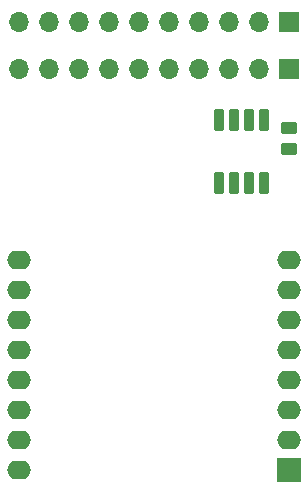
<source format=gbr>
%TF.GenerationSoftware,KiCad,Pcbnew,8.0.6*%
%TF.CreationDate,2024-10-31T15:28:50+01:00*%
%TF.ProjectId,PCB_FINAL2.1,5043425f-4649-44e4-914c-322e312e6b69,rev?*%
%TF.SameCoordinates,Original*%
%TF.FileFunction,Soldermask,Bot*%
%TF.FilePolarity,Negative*%
%FSLAX46Y46*%
G04 Gerber Fmt 4.6, Leading zero omitted, Abs format (unit mm)*
G04 Created by KiCad (PCBNEW 8.0.6) date 2024-10-31 15:28:50*
%MOMM*%
%LPD*%
G01*
G04 APERTURE LIST*
G04 Aperture macros list*
%AMRoundRect*
0 Rectangle with rounded corners*
0 $1 Rounding radius*
0 $2 $3 $4 $5 $6 $7 $8 $9 X,Y pos of 4 corners*
0 Add a 4 corners polygon primitive as box body*
4,1,4,$2,$3,$4,$5,$6,$7,$8,$9,$2,$3,0*
0 Add four circle primitives for the rounded corners*
1,1,$1+$1,$2,$3*
1,1,$1+$1,$4,$5*
1,1,$1+$1,$6,$7*
1,1,$1+$1,$8,$9*
0 Add four rect primitives between the rounded corners*
20,1,$1+$1,$2,$3,$4,$5,0*
20,1,$1+$1,$4,$5,$6,$7,0*
20,1,$1+$1,$6,$7,$8,$9,0*
20,1,$1+$1,$8,$9,$2,$3,0*%
G04 Aperture macros list end*
%ADD10R,1.700000X1.700000*%
%ADD11O,1.700000X1.700000*%
%ADD12R,2.000000X2.000000*%
%ADD13O,2.000000X1.600000*%
%ADD14RoundRect,0.250000X-0.450000X0.262500X-0.450000X-0.262500X0.450000X-0.262500X0.450000X0.262500X0*%
%ADD15RoundRect,0.101750X-0.305250X0.825250X-0.305250X-0.825250X0.305250X-0.825250X0.305250X0.825250X0*%
G04 APERTURE END LIST*
D10*
%TO.C,J1*%
X91999999Y-86000000D03*
D11*
X89459999Y-86000000D03*
X86919999Y-86000000D03*
X84379999Y-86000000D03*
X81839999Y-86000000D03*
X79299999Y-86000000D03*
X76759999Y-86000000D03*
X74219999Y-86000000D03*
X71679999Y-86000000D03*
X69139999Y-86000000D03*
%TD*%
D12*
%TO.C,U2*%
X91999999Y-124000000D03*
D13*
X91999999Y-121460000D03*
X91999999Y-118920000D03*
X91999999Y-116380000D03*
X91999999Y-113840000D03*
X91999999Y-111300000D03*
X91999999Y-108760000D03*
X91999999Y-106220000D03*
X69139999Y-106220000D03*
X69139999Y-108760000D03*
X69139999Y-111300000D03*
X69139999Y-113840000D03*
X69139999Y-116380000D03*
X69139999Y-118920000D03*
X69139999Y-121460000D03*
X69139999Y-124000000D03*
%TD*%
D10*
%TO.C,J2*%
X91999999Y-90000000D03*
D11*
X89459999Y-90000000D03*
X86919999Y-90000000D03*
X84379999Y-90000000D03*
X81839999Y-90000000D03*
X79299999Y-90000000D03*
X76759999Y-90000000D03*
X74219999Y-90000000D03*
X71679999Y-90000000D03*
X69139999Y-90000000D03*
%TD*%
D14*
%TO.C,R3*%
X91999999Y-95000000D03*
X91999999Y-96825000D03*
%TD*%
D15*
%TO.C,U3*%
X86094999Y-94370000D03*
X87364999Y-94370000D03*
X88634999Y-94370000D03*
X89904999Y-94370000D03*
X89904999Y-99630000D03*
X88634999Y-99630000D03*
X87364999Y-99630000D03*
X86094999Y-99630000D03*
%TD*%
M02*

</source>
